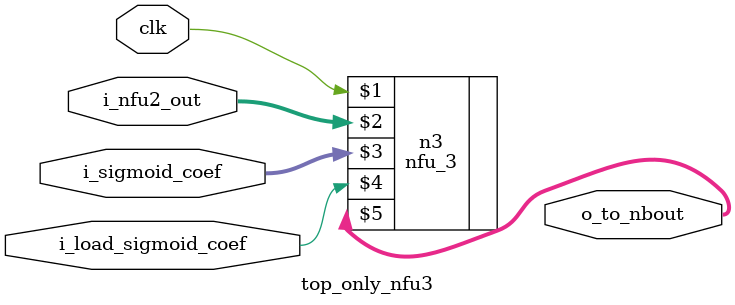
<source format=v>


module top_only_nfu3 (
        clk,
        i_nfu2_out,
        i_sigmoid_coef,
        i_load_sigmoid_coef,
        o_to_nbout
    );

    parameter N             = 16;
    parameter Tn            = 16;

    //----------- Input Ports ---------------//
    input                       clk;

    // i_inputs is a vector of Tn (16) values, 16-bits each
    input [((N*Tn) - 1):0]      i_nfu2_out;


    // i_synapses is a matrix of Tn x Tn (16x16=256) values, 16-bits each (Row-major).

    input [((2*N)-1):0]         i_sigmoid_coef;         // 16-bit Ai and Bi = 32-bits
    input                       i_load_sigmoid_coef;
        
    //----------- Output Ports ---------------//
    output [((N*Tn) - 1):0]     o_to_nbout;

    // NFU-3 (baseline already has 3 pipe stages)
    nfu_3 n3(
        clk, 
        i_nfu2_out, 
        i_sigmoid_coef, 
        i_load_sigmoid_coef, 
        o_to_nbout
    );

endmodule



</source>
